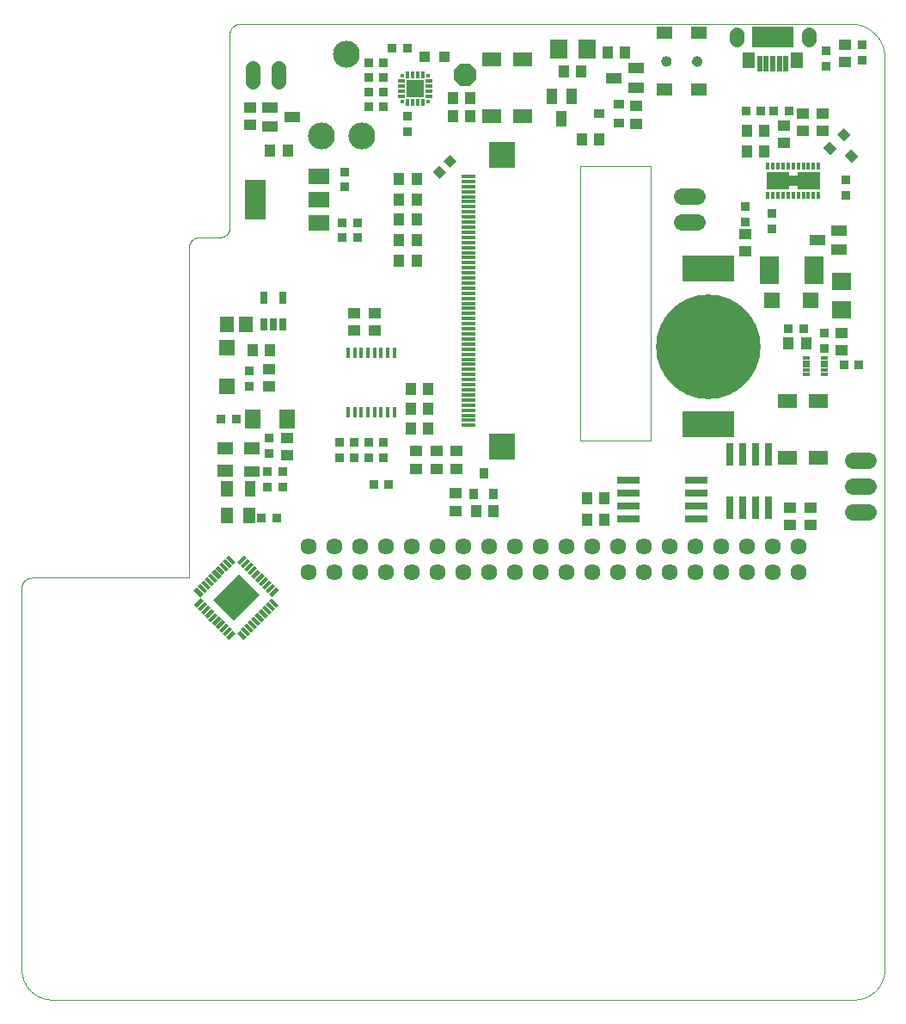
<source format=gbs>
G75*
%MOIN*%
%OFA0B0*%
%FSLAX25Y25*%
%IPPOS*%
%LPD*%
%AMOC8*
5,1,8,0,0,1.08239X$1,22.5*
%
%ADD10C,0.00000*%
%ADD11R,0.04731X0.04337*%
%ADD12R,0.09061X0.02762*%
%ADD13R,0.04337X0.04731*%
%ADD14R,0.03550X0.03550*%
%ADD15R,0.02762X0.09061*%
%ADD16R,0.07800X0.05400*%
%ADD17R,0.05512X0.01575*%
%ADD18R,0.09849X0.09849*%
%ADD19R,0.16148X0.07880*%
%ADD20R,0.01975X0.05912*%
%ADD21R,0.04928X0.06109*%
%ADD22C,0.05715*%
%ADD23R,0.08300X0.06300*%
%ADD24R,0.08300X0.15400*%
%ADD25R,0.02565X0.05124*%
%ADD26R,0.05518X0.06306*%
%ADD27R,0.05912X0.05912*%
%ADD28R,0.06109X0.05124*%
%ADD29R,0.06109X0.04337*%
%ADD30R,0.05124X0.06109*%
%ADD31R,0.04337X0.06109*%
%ADD32R,0.05912X0.07487*%
%ADD33C,0.40557*%
%ADD34R,0.20479X0.10243*%
%ADD35R,0.03550X0.03943*%
%ADD36R,0.01600X0.04300*%
%ADD37R,0.03746X0.01502*%
%ADD38R,0.11030X0.14180*%
%ADD39C,0.06337*%
%ADD40R,0.01384X0.03156*%
%ADD41R,0.09061X0.06896*%
%ADD42R,0.03943X0.03943*%
%ADD43R,0.07487X0.11030*%
%ADD44R,0.07487X0.06699*%
%ADD45C,0.06400*%
%ADD46R,0.05912X0.04337*%
%ADD47R,0.03550X0.03550*%
%ADD48C,0.05600*%
%ADD49R,0.03943X0.03550*%
%ADD50R,0.04337X0.05912*%
%ADD51R,0.06699X0.07487*%
%ADD52R,0.05912X0.05124*%
%ADD53C,0.03943*%
%ADD54C,0.10400*%
%ADD55R,0.07093X0.07093*%
%ADD56R,0.01739X0.01739*%
%ADD57R,0.01502X0.02802*%
%ADD58R,0.02802X0.01502*%
%ADD59OC8,0.08900*%
%ADD60R,0.04337X0.04337*%
%ADD61R,0.02762X0.01286*%
D10*
X0013311Y0001500D02*
X0324335Y0001500D01*
X0324620Y0001503D01*
X0324906Y0001514D01*
X0325191Y0001531D01*
X0325475Y0001555D01*
X0325759Y0001586D01*
X0326042Y0001624D01*
X0326323Y0001669D01*
X0326604Y0001720D01*
X0326884Y0001778D01*
X0327162Y0001843D01*
X0327438Y0001915D01*
X0327712Y0001993D01*
X0327985Y0002078D01*
X0328255Y0002170D01*
X0328523Y0002268D01*
X0328789Y0002372D01*
X0329052Y0002483D01*
X0329312Y0002600D01*
X0329570Y0002723D01*
X0329824Y0002853D01*
X0330075Y0002989D01*
X0330323Y0003130D01*
X0330567Y0003278D01*
X0330808Y0003431D01*
X0331044Y0003591D01*
X0331277Y0003756D01*
X0331506Y0003926D01*
X0331731Y0004102D01*
X0331951Y0004284D01*
X0332167Y0004470D01*
X0332378Y0004662D01*
X0332585Y0004859D01*
X0332787Y0005061D01*
X0332984Y0005268D01*
X0333176Y0005479D01*
X0333362Y0005695D01*
X0333544Y0005915D01*
X0333720Y0006140D01*
X0333890Y0006369D01*
X0334055Y0006602D01*
X0334215Y0006838D01*
X0334368Y0007079D01*
X0334516Y0007323D01*
X0334657Y0007571D01*
X0334793Y0007822D01*
X0334923Y0008076D01*
X0335046Y0008334D01*
X0335163Y0008594D01*
X0335274Y0008857D01*
X0335378Y0009123D01*
X0335476Y0009391D01*
X0335568Y0009661D01*
X0335653Y0009934D01*
X0335731Y0010208D01*
X0335803Y0010484D01*
X0335868Y0010762D01*
X0335926Y0011042D01*
X0335977Y0011323D01*
X0336022Y0011604D01*
X0336060Y0011887D01*
X0336091Y0012171D01*
X0336115Y0012455D01*
X0336132Y0012740D01*
X0336143Y0013026D01*
X0336146Y0013311D01*
X0336146Y0366461D01*
X0336142Y0366775D01*
X0336131Y0367089D01*
X0336112Y0367402D01*
X0336085Y0367715D01*
X0336051Y0368027D01*
X0336010Y0368338D01*
X0335961Y0368648D01*
X0335904Y0368957D01*
X0335840Y0369264D01*
X0335768Y0369570D01*
X0335690Y0369874D01*
X0335604Y0370176D01*
X0335510Y0370476D01*
X0335410Y0370773D01*
X0335302Y0371068D01*
X0335187Y0371360D01*
X0335065Y0371650D01*
X0334936Y0371936D01*
X0334800Y0372219D01*
X0334658Y0372499D01*
X0334509Y0372775D01*
X0334353Y0373047D01*
X0334190Y0373316D01*
X0334021Y0373581D01*
X0333846Y0373841D01*
X0333665Y0374098D01*
X0333477Y0374349D01*
X0333284Y0374596D01*
X0333084Y0374839D01*
X0332879Y0375076D01*
X0332668Y0375309D01*
X0332451Y0375536D01*
X0332229Y0375758D01*
X0332002Y0375975D01*
X0331769Y0376186D01*
X0331532Y0376391D01*
X0331289Y0376591D01*
X0331042Y0376784D01*
X0330791Y0376972D01*
X0330534Y0377153D01*
X0330274Y0377328D01*
X0330009Y0377497D01*
X0329740Y0377660D01*
X0329468Y0377816D01*
X0329192Y0377965D01*
X0328912Y0378107D01*
X0328629Y0378243D01*
X0328343Y0378372D01*
X0328053Y0378494D01*
X0327761Y0378609D01*
X0327466Y0378717D01*
X0327169Y0378817D01*
X0326869Y0378911D01*
X0326567Y0378997D01*
X0326263Y0379075D01*
X0325957Y0379147D01*
X0325650Y0379211D01*
X0325341Y0379268D01*
X0325031Y0379317D01*
X0324720Y0379358D01*
X0324408Y0379392D01*
X0324095Y0379419D01*
X0323782Y0379438D01*
X0323468Y0379449D01*
X0323154Y0379453D01*
X0086151Y0379453D01*
X0086027Y0379451D01*
X0085903Y0379445D01*
X0085780Y0379436D01*
X0085657Y0379422D01*
X0085534Y0379404D01*
X0085412Y0379383D01*
X0085291Y0379358D01*
X0085171Y0379329D01*
X0085051Y0379296D01*
X0084933Y0379260D01*
X0084816Y0379220D01*
X0084700Y0379176D01*
X0084585Y0379129D01*
X0084473Y0379078D01*
X0084361Y0379023D01*
X0084252Y0378965D01*
X0084144Y0378904D01*
X0084039Y0378839D01*
X0083935Y0378771D01*
X0083834Y0378700D01*
X0083735Y0378626D01*
X0083638Y0378548D01*
X0083544Y0378468D01*
X0083453Y0378385D01*
X0083364Y0378298D01*
X0083277Y0378209D01*
X0083194Y0378118D01*
X0083114Y0378024D01*
X0083036Y0377927D01*
X0082962Y0377828D01*
X0082891Y0377727D01*
X0082823Y0377623D01*
X0082758Y0377518D01*
X0082697Y0377410D01*
X0082639Y0377301D01*
X0082584Y0377189D01*
X0082533Y0377077D01*
X0082486Y0376962D01*
X0082442Y0376846D01*
X0082402Y0376729D01*
X0082366Y0376611D01*
X0082333Y0376491D01*
X0082304Y0376371D01*
X0082279Y0376250D01*
X0082258Y0376128D01*
X0082240Y0376005D01*
X0082226Y0375882D01*
X0082217Y0375759D01*
X0082211Y0375635D01*
X0082209Y0375511D01*
X0082209Y0300713D01*
X0082207Y0300589D01*
X0082201Y0300466D01*
X0082192Y0300342D01*
X0082178Y0300220D01*
X0082161Y0300097D01*
X0082139Y0299975D01*
X0082114Y0299854D01*
X0082085Y0299734D01*
X0082053Y0299615D01*
X0082016Y0299496D01*
X0081976Y0299379D01*
X0081933Y0299264D01*
X0081885Y0299149D01*
X0081834Y0299037D01*
X0081780Y0298926D01*
X0081722Y0298816D01*
X0081661Y0298709D01*
X0081596Y0298603D01*
X0081528Y0298500D01*
X0081457Y0298399D01*
X0081383Y0298300D01*
X0081306Y0298203D01*
X0081225Y0298109D01*
X0081142Y0298018D01*
X0081056Y0297929D01*
X0080967Y0297843D01*
X0080876Y0297760D01*
X0080782Y0297679D01*
X0080685Y0297602D01*
X0080586Y0297528D01*
X0080485Y0297457D01*
X0080382Y0297389D01*
X0080276Y0297324D01*
X0080169Y0297263D01*
X0080059Y0297205D01*
X0079948Y0297151D01*
X0079836Y0297100D01*
X0079721Y0297052D01*
X0079606Y0297009D01*
X0079489Y0296969D01*
X0079370Y0296932D01*
X0079251Y0296900D01*
X0079131Y0296871D01*
X0079010Y0296846D01*
X0078888Y0296824D01*
X0078765Y0296807D01*
X0078643Y0296793D01*
X0078519Y0296784D01*
X0078396Y0296778D01*
X0078272Y0296776D01*
X0070403Y0296776D01*
X0070279Y0296774D01*
X0070155Y0296768D01*
X0070032Y0296759D01*
X0069909Y0296745D01*
X0069786Y0296727D01*
X0069664Y0296706D01*
X0069543Y0296681D01*
X0069423Y0296652D01*
X0069303Y0296619D01*
X0069185Y0296583D01*
X0069068Y0296543D01*
X0068952Y0296499D01*
X0068837Y0296452D01*
X0068725Y0296401D01*
X0068613Y0296346D01*
X0068504Y0296288D01*
X0068396Y0296227D01*
X0068291Y0296162D01*
X0068187Y0296094D01*
X0068086Y0296023D01*
X0067987Y0295949D01*
X0067890Y0295871D01*
X0067796Y0295791D01*
X0067705Y0295708D01*
X0067616Y0295621D01*
X0067529Y0295532D01*
X0067446Y0295441D01*
X0067366Y0295347D01*
X0067288Y0295250D01*
X0067214Y0295151D01*
X0067143Y0295050D01*
X0067075Y0294946D01*
X0067010Y0294841D01*
X0066949Y0294733D01*
X0066891Y0294624D01*
X0066836Y0294512D01*
X0066785Y0294400D01*
X0066738Y0294285D01*
X0066694Y0294169D01*
X0066654Y0294052D01*
X0066618Y0293934D01*
X0066585Y0293814D01*
X0066556Y0293694D01*
X0066531Y0293573D01*
X0066510Y0293451D01*
X0066492Y0293328D01*
X0066478Y0293205D01*
X0066469Y0293082D01*
X0066463Y0292958D01*
X0066461Y0292834D01*
X0066461Y0164886D01*
X0005442Y0164886D01*
X0005318Y0164884D01*
X0005194Y0164878D01*
X0005071Y0164869D01*
X0004948Y0164855D01*
X0004825Y0164837D01*
X0004703Y0164816D01*
X0004582Y0164791D01*
X0004462Y0164762D01*
X0004342Y0164729D01*
X0004224Y0164693D01*
X0004107Y0164653D01*
X0003991Y0164609D01*
X0003876Y0164562D01*
X0003764Y0164511D01*
X0003652Y0164456D01*
X0003543Y0164398D01*
X0003435Y0164337D01*
X0003330Y0164272D01*
X0003226Y0164204D01*
X0003125Y0164133D01*
X0003026Y0164059D01*
X0002929Y0163981D01*
X0002835Y0163901D01*
X0002744Y0163818D01*
X0002655Y0163731D01*
X0002568Y0163642D01*
X0002485Y0163551D01*
X0002405Y0163457D01*
X0002327Y0163360D01*
X0002253Y0163261D01*
X0002182Y0163160D01*
X0002114Y0163056D01*
X0002049Y0162951D01*
X0001988Y0162843D01*
X0001930Y0162734D01*
X0001875Y0162622D01*
X0001824Y0162510D01*
X0001777Y0162395D01*
X0001733Y0162279D01*
X0001693Y0162162D01*
X0001657Y0162044D01*
X0001624Y0161924D01*
X0001595Y0161804D01*
X0001570Y0161683D01*
X0001549Y0161561D01*
X0001531Y0161438D01*
X0001517Y0161315D01*
X0001508Y0161192D01*
X0001502Y0161068D01*
X0001500Y0160944D01*
X0001500Y0013311D01*
X0001503Y0013026D01*
X0001514Y0012740D01*
X0001531Y0012455D01*
X0001555Y0012171D01*
X0001586Y0011887D01*
X0001624Y0011604D01*
X0001669Y0011323D01*
X0001720Y0011042D01*
X0001778Y0010762D01*
X0001843Y0010484D01*
X0001915Y0010208D01*
X0001993Y0009934D01*
X0002078Y0009661D01*
X0002170Y0009391D01*
X0002268Y0009123D01*
X0002372Y0008857D01*
X0002483Y0008594D01*
X0002600Y0008334D01*
X0002723Y0008076D01*
X0002853Y0007822D01*
X0002989Y0007571D01*
X0003130Y0007323D01*
X0003278Y0007079D01*
X0003431Y0006838D01*
X0003591Y0006602D01*
X0003756Y0006369D01*
X0003926Y0006140D01*
X0004102Y0005915D01*
X0004284Y0005695D01*
X0004470Y0005479D01*
X0004662Y0005268D01*
X0004859Y0005061D01*
X0005061Y0004859D01*
X0005268Y0004662D01*
X0005479Y0004470D01*
X0005695Y0004284D01*
X0005915Y0004102D01*
X0006140Y0003926D01*
X0006369Y0003756D01*
X0006602Y0003591D01*
X0006838Y0003431D01*
X0007079Y0003278D01*
X0007323Y0003130D01*
X0007571Y0002989D01*
X0007822Y0002853D01*
X0008076Y0002723D01*
X0008334Y0002600D01*
X0008594Y0002483D01*
X0008857Y0002372D01*
X0009123Y0002268D01*
X0009391Y0002170D01*
X0009661Y0002078D01*
X0009934Y0001993D01*
X0010208Y0001915D01*
X0010484Y0001843D01*
X0010762Y0001778D01*
X0011042Y0001720D01*
X0011323Y0001669D01*
X0011604Y0001624D01*
X0011887Y0001586D01*
X0012171Y0001555D01*
X0012455Y0001531D01*
X0012740Y0001514D01*
X0013026Y0001503D01*
X0013311Y0001500D01*
X0218035Y0218036D02*
X0218035Y0324532D01*
X0245594Y0324532D01*
X0245594Y0218036D01*
X0218035Y0218036D01*
X0249728Y0364985D02*
X0249730Y0365069D01*
X0249736Y0365152D01*
X0249746Y0365235D01*
X0249760Y0365318D01*
X0249777Y0365400D01*
X0249799Y0365481D01*
X0249824Y0365560D01*
X0249853Y0365639D01*
X0249886Y0365716D01*
X0249922Y0365791D01*
X0249962Y0365865D01*
X0250005Y0365937D01*
X0250052Y0366006D01*
X0250102Y0366073D01*
X0250155Y0366138D01*
X0250211Y0366200D01*
X0250269Y0366260D01*
X0250331Y0366317D01*
X0250395Y0366370D01*
X0250462Y0366421D01*
X0250531Y0366468D01*
X0250602Y0366513D01*
X0250675Y0366553D01*
X0250750Y0366590D01*
X0250827Y0366624D01*
X0250905Y0366654D01*
X0250984Y0366680D01*
X0251065Y0366703D01*
X0251147Y0366721D01*
X0251229Y0366736D01*
X0251312Y0366747D01*
X0251395Y0366754D01*
X0251479Y0366757D01*
X0251563Y0366756D01*
X0251646Y0366751D01*
X0251730Y0366742D01*
X0251812Y0366729D01*
X0251894Y0366713D01*
X0251975Y0366692D01*
X0252056Y0366668D01*
X0252134Y0366640D01*
X0252212Y0366608D01*
X0252288Y0366572D01*
X0252362Y0366533D01*
X0252434Y0366491D01*
X0252504Y0366445D01*
X0252572Y0366396D01*
X0252637Y0366344D01*
X0252700Y0366289D01*
X0252760Y0366231D01*
X0252818Y0366170D01*
X0252872Y0366106D01*
X0252924Y0366040D01*
X0252972Y0365972D01*
X0253017Y0365901D01*
X0253058Y0365828D01*
X0253097Y0365754D01*
X0253131Y0365678D01*
X0253162Y0365600D01*
X0253189Y0365521D01*
X0253213Y0365440D01*
X0253232Y0365359D01*
X0253248Y0365277D01*
X0253260Y0365194D01*
X0253268Y0365110D01*
X0253272Y0365027D01*
X0253272Y0364943D01*
X0253268Y0364860D01*
X0253260Y0364776D01*
X0253248Y0364693D01*
X0253232Y0364611D01*
X0253213Y0364530D01*
X0253189Y0364449D01*
X0253162Y0364370D01*
X0253131Y0364292D01*
X0253097Y0364216D01*
X0253058Y0364142D01*
X0253017Y0364069D01*
X0252972Y0363998D01*
X0252924Y0363930D01*
X0252872Y0363864D01*
X0252818Y0363800D01*
X0252760Y0363739D01*
X0252700Y0363681D01*
X0252637Y0363626D01*
X0252572Y0363574D01*
X0252504Y0363525D01*
X0252434Y0363479D01*
X0252362Y0363437D01*
X0252288Y0363398D01*
X0252212Y0363362D01*
X0252134Y0363330D01*
X0252056Y0363302D01*
X0251975Y0363278D01*
X0251894Y0363257D01*
X0251812Y0363241D01*
X0251730Y0363228D01*
X0251646Y0363219D01*
X0251563Y0363214D01*
X0251479Y0363213D01*
X0251395Y0363216D01*
X0251312Y0363223D01*
X0251229Y0363234D01*
X0251147Y0363249D01*
X0251065Y0363267D01*
X0250984Y0363290D01*
X0250905Y0363316D01*
X0250827Y0363346D01*
X0250750Y0363380D01*
X0250675Y0363417D01*
X0250602Y0363457D01*
X0250531Y0363502D01*
X0250462Y0363549D01*
X0250395Y0363600D01*
X0250331Y0363653D01*
X0250269Y0363710D01*
X0250211Y0363770D01*
X0250155Y0363832D01*
X0250102Y0363897D01*
X0250052Y0363964D01*
X0250005Y0364033D01*
X0249962Y0364105D01*
X0249922Y0364179D01*
X0249886Y0364254D01*
X0249853Y0364331D01*
X0249824Y0364410D01*
X0249799Y0364489D01*
X0249777Y0364570D01*
X0249760Y0364652D01*
X0249746Y0364735D01*
X0249736Y0364818D01*
X0249730Y0364901D01*
X0249728Y0364985D01*
X0261539Y0364985D02*
X0261541Y0365069D01*
X0261547Y0365152D01*
X0261557Y0365235D01*
X0261571Y0365318D01*
X0261588Y0365400D01*
X0261610Y0365481D01*
X0261635Y0365560D01*
X0261664Y0365639D01*
X0261697Y0365716D01*
X0261733Y0365791D01*
X0261773Y0365865D01*
X0261816Y0365937D01*
X0261863Y0366006D01*
X0261913Y0366073D01*
X0261966Y0366138D01*
X0262022Y0366200D01*
X0262080Y0366260D01*
X0262142Y0366317D01*
X0262206Y0366370D01*
X0262273Y0366421D01*
X0262342Y0366468D01*
X0262413Y0366513D01*
X0262486Y0366553D01*
X0262561Y0366590D01*
X0262638Y0366624D01*
X0262716Y0366654D01*
X0262795Y0366680D01*
X0262876Y0366703D01*
X0262958Y0366721D01*
X0263040Y0366736D01*
X0263123Y0366747D01*
X0263206Y0366754D01*
X0263290Y0366757D01*
X0263374Y0366756D01*
X0263457Y0366751D01*
X0263541Y0366742D01*
X0263623Y0366729D01*
X0263705Y0366713D01*
X0263786Y0366692D01*
X0263867Y0366668D01*
X0263945Y0366640D01*
X0264023Y0366608D01*
X0264099Y0366572D01*
X0264173Y0366533D01*
X0264245Y0366491D01*
X0264315Y0366445D01*
X0264383Y0366396D01*
X0264448Y0366344D01*
X0264511Y0366289D01*
X0264571Y0366231D01*
X0264629Y0366170D01*
X0264683Y0366106D01*
X0264735Y0366040D01*
X0264783Y0365972D01*
X0264828Y0365901D01*
X0264869Y0365828D01*
X0264908Y0365754D01*
X0264942Y0365678D01*
X0264973Y0365600D01*
X0265000Y0365521D01*
X0265024Y0365440D01*
X0265043Y0365359D01*
X0265059Y0365277D01*
X0265071Y0365194D01*
X0265079Y0365110D01*
X0265083Y0365027D01*
X0265083Y0364943D01*
X0265079Y0364860D01*
X0265071Y0364776D01*
X0265059Y0364693D01*
X0265043Y0364611D01*
X0265024Y0364530D01*
X0265000Y0364449D01*
X0264973Y0364370D01*
X0264942Y0364292D01*
X0264908Y0364216D01*
X0264869Y0364142D01*
X0264828Y0364069D01*
X0264783Y0363998D01*
X0264735Y0363930D01*
X0264683Y0363864D01*
X0264629Y0363800D01*
X0264571Y0363739D01*
X0264511Y0363681D01*
X0264448Y0363626D01*
X0264383Y0363574D01*
X0264315Y0363525D01*
X0264245Y0363479D01*
X0264173Y0363437D01*
X0264099Y0363398D01*
X0264023Y0363362D01*
X0263945Y0363330D01*
X0263867Y0363302D01*
X0263786Y0363278D01*
X0263705Y0363257D01*
X0263623Y0363241D01*
X0263541Y0363228D01*
X0263457Y0363219D01*
X0263374Y0363214D01*
X0263290Y0363213D01*
X0263206Y0363216D01*
X0263123Y0363223D01*
X0263040Y0363234D01*
X0262958Y0363249D01*
X0262876Y0363267D01*
X0262795Y0363290D01*
X0262716Y0363316D01*
X0262638Y0363346D01*
X0262561Y0363380D01*
X0262486Y0363417D01*
X0262413Y0363457D01*
X0262342Y0363502D01*
X0262273Y0363549D01*
X0262206Y0363600D01*
X0262142Y0363653D01*
X0262080Y0363710D01*
X0262022Y0363770D01*
X0261966Y0363832D01*
X0261913Y0363897D01*
X0261863Y0363964D01*
X0261816Y0364033D01*
X0261773Y0364105D01*
X0261733Y0364179D01*
X0261697Y0364254D01*
X0261664Y0364331D01*
X0261635Y0364410D01*
X0261610Y0364489D01*
X0261588Y0364570D01*
X0261571Y0364652D01*
X0261557Y0364735D01*
X0261547Y0364818D01*
X0261541Y0364901D01*
X0261539Y0364985D01*
D11*
X0239886Y0347563D03*
X0239886Y0340870D03*
X0282110Y0297957D03*
X0282110Y0291264D03*
X0297071Y0333292D03*
X0297071Y0339985D03*
X0304354Y0338115D03*
X0304354Y0344807D03*
X0312130Y0344807D03*
X0312130Y0338115D03*
X0320693Y0364591D03*
X0320693Y0371284D03*
X0319512Y0259768D03*
X0319512Y0253075D03*
X0307307Y0192150D03*
X0307307Y0185457D03*
X0299335Y0185457D03*
X0299335Y0192150D03*
X0169807Y0190870D03*
X0169807Y0197563D03*
X0170201Y0207209D03*
X0170201Y0213902D03*
X0162327Y0213902D03*
X0162327Y0207209D03*
X0154551Y0207209D03*
X0154551Y0213902D03*
X0138508Y0260654D03*
X0138508Y0267347D03*
X0130535Y0267347D03*
X0130535Y0260654D03*
X0097563Y0245792D03*
X0097563Y0239099D03*
X0104354Y0218922D03*
X0104354Y0212229D03*
X0089984Y0340280D03*
X0089984Y0346973D03*
D12*
X0236913Y0202603D03*
X0236913Y0197603D03*
X0236913Y0192603D03*
X0236913Y0187603D03*
X0263134Y0187603D03*
X0263134Y0192603D03*
X0263134Y0197603D03*
X0263134Y0202603D03*
D13*
X0227583Y0195595D03*
X0220890Y0195595D03*
X0220791Y0187524D03*
X0227484Y0187524D03*
X0184374Y0190870D03*
X0177681Y0190870D03*
X0159276Y0222662D03*
X0152583Y0222662D03*
X0152583Y0230437D03*
X0159276Y0230437D03*
X0159276Y0238213D03*
X0152583Y0238213D03*
X0154650Y0287721D03*
X0147957Y0287721D03*
X0147957Y0295693D03*
X0154650Y0295693D03*
X0154650Y0303567D03*
X0147957Y0303567D03*
X0147957Y0311540D03*
X0154650Y0311540D03*
X0154650Y0319512D03*
X0147957Y0319512D03*
X0168823Y0343626D03*
X0175516Y0343626D03*
X0175516Y0350811D03*
X0168823Y0350811D03*
X0211736Y0360949D03*
X0218429Y0360949D03*
X0228665Y0368528D03*
X0235358Y0368528D03*
X0225614Y0334768D03*
X0218921Y0334768D03*
X0282701Y0338016D03*
X0289394Y0338016D03*
X0289394Y0330142D03*
X0282701Y0330142D03*
X0298941Y0255733D03*
X0305634Y0255733D03*
X0104650Y0330437D03*
X0097957Y0330437D03*
X0097760Y0253075D03*
X0091067Y0253075D03*
D14*
X0089886Y0245103D03*
X0089886Y0239197D03*
X0084866Y0226304D03*
X0078961Y0226304D03*
X0097366Y0218922D03*
X0097366Y0213016D03*
X0096776Y0206028D03*
X0102681Y0206028D03*
X0102681Y0200122D03*
X0096776Y0200122D03*
X0094610Y0187918D03*
X0100516Y0187918D03*
X0124827Y0211343D03*
X0130437Y0211343D03*
X0136047Y0211343D03*
X0141657Y0211343D03*
X0141657Y0217248D03*
X0136047Y0217248D03*
X0130437Y0217248D03*
X0124827Y0217248D03*
X0138016Y0201107D03*
X0143921Y0201107D03*
X0131815Y0296579D03*
X0131815Y0302485D03*
X0125909Y0302485D03*
X0125909Y0296579D03*
X0126894Y0316264D03*
X0126894Y0322170D03*
X0136047Y0347465D03*
X0136047Y0353075D03*
X0136047Y0358685D03*
X0136047Y0364296D03*
X0141953Y0364296D03*
X0141953Y0358685D03*
X0141953Y0353075D03*
X0141953Y0347465D03*
X0151106Y0343725D03*
X0151106Y0337819D03*
X0151106Y0370201D03*
X0145201Y0370201D03*
X0282307Y0345792D03*
X0288213Y0345792D03*
X0293134Y0345792D03*
X0299039Y0345792D03*
X0313311Y0363115D03*
X0313311Y0369020D03*
X0327386Y0371284D03*
X0327386Y0365378D03*
X0321087Y0319020D03*
X0321087Y0313115D03*
X0292346Y0306028D03*
X0292346Y0300122D03*
X0282110Y0302780D03*
X0282110Y0308685D03*
X0298941Y0261244D03*
X0304846Y0261244D03*
X0312720Y0259670D03*
X0312720Y0253764D03*
X0320299Y0247367D03*
X0326205Y0247367D03*
D15*
X0291087Y0212622D03*
X0286087Y0212622D03*
X0281087Y0212622D03*
X0276087Y0212622D03*
X0276087Y0192150D03*
X0281087Y0192150D03*
X0286087Y0192150D03*
X0291087Y0192150D03*
D16*
X0298472Y0211268D03*
X0310472Y0211268D03*
X0310472Y0233268D03*
X0298472Y0233268D03*
X0195689Y0343552D03*
X0183689Y0343552D03*
X0183689Y0365552D03*
X0195689Y0365552D03*
D17*
X0174925Y0320398D03*
X0174925Y0318430D03*
X0174925Y0316461D03*
X0174925Y0314493D03*
X0174925Y0312524D03*
X0174925Y0310555D03*
X0174925Y0308587D03*
X0174925Y0306618D03*
X0174925Y0304650D03*
X0174925Y0302681D03*
X0174925Y0300713D03*
X0174925Y0298744D03*
X0174925Y0296776D03*
X0174925Y0294807D03*
X0174925Y0292839D03*
X0174925Y0290870D03*
X0174925Y0288902D03*
X0174925Y0286933D03*
X0174925Y0284965D03*
X0174925Y0282996D03*
X0174925Y0281028D03*
X0174925Y0279059D03*
X0174925Y0277091D03*
X0174925Y0275122D03*
X0174925Y0273154D03*
X0174925Y0271185D03*
X0174925Y0269217D03*
X0174925Y0267248D03*
X0174925Y0265280D03*
X0174925Y0263311D03*
X0174925Y0261343D03*
X0174925Y0259374D03*
X0174925Y0257406D03*
X0174925Y0255437D03*
X0174925Y0253469D03*
X0174925Y0251500D03*
X0174925Y0249532D03*
X0174925Y0247563D03*
X0174925Y0245595D03*
X0174925Y0243626D03*
X0174925Y0241658D03*
X0174925Y0239689D03*
X0174925Y0237721D03*
X0174925Y0235752D03*
X0174925Y0233784D03*
X0174925Y0231815D03*
X0174925Y0229847D03*
X0174925Y0227878D03*
X0174925Y0225910D03*
X0174925Y0223941D03*
D18*
X0187720Y0215674D03*
X0187720Y0328666D03*
D19*
X0292839Y0374335D03*
D20*
X0292839Y0363902D03*
X0295398Y0363902D03*
X0297957Y0363902D03*
X0290280Y0363902D03*
X0287720Y0363902D03*
D21*
X0283390Y0365477D03*
X0302287Y0365477D03*
D22*
X0306815Y0373252D02*
X0306815Y0375418D01*
X0306815Y0375418D01*
X0306815Y0373252D01*
X0306815Y0373252D01*
X0278862Y0373252D02*
X0278862Y0375418D01*
X0278862Y0375418D01*
X0278862Y0373252D01*
X0278862Y0373252D01*
D23*
X0116853Y0320440D03*
X0116853Y0311440D03*
X0116853Y0302440D03*
D24*
X0092053Y0311540D03*
D25*
X0095299Y0273449D03*
X0102780Y0273449D03*
X0102780Y0263213D03*
X0099039Y0263213D03*
X0095299Y0263213D03*
D26*
X0088606Y0263213D03*
X0081126Y0263213D03*
D27*
X0081126Y0254158D03*
X0081126Y0239197D03*
X0292445Y0272268D03*
X0307406Y0272268D03*
D28*
X0090772Y0215083D03*
X0080535Y0215083D03*
X0080535Y0206422D03*
D29*
X0090772Y0206028D03*
D30*
X0081028Y0199335D03*
X0081028Y0189099D03*
X0089689Y0189099D03*
D31*
X0090083Y0199335D03*
D32*
X0091067Y0226304D03*
X0104453Y0226304D03*
D33*
X0267642Y0254453D03*
D34*
X0267642Y0284571D03*
X0267642Y0224335D03*
D35*
X0184374Y0197465D03*
X0176894Y0197465D03*
X0180634Y0205339D03*
G36*
X0317715Y0331128D02*
X0315205Y0328618D01*
X0312419Y0331404D01*
X0314929Y0333914D01*
X0317715Y0331128D01*
G37*
G36*
X0323005Y0336417D02*
X0320495Y0333907D01*
X0317709Y0336693D01*
X0320219Y0339203D01*
X0323005Y0336417D01*
G37*
G36*
X0325928Y0328204D02*
X0323418Y0325694D01*
X0320632Y0328480D01*
X0323142Y0330990D01*
X0325928Y0328204D01*
G37*
D36*
X0145988Y0252063D03*
X0143429Y0252063D03*
X0140870Y0252063D03*
X0138311Y0252063D03*
X0135752Y0252063D03*
X0133193Y0252063D03*
X0130634Y0252063D03*
X0128075Y0252063D03*
X0128075Y0229088D03*
X0130634Y0229088D03*
X0133193Y0229088D03*
X0135752Y0229088D03*
X0138311Y0229088D03*
X0140870Y0229088D03*
X0143429Y0229088D03*
X0145988Y0229088D03*
D37*
G36*
X0087785Y0168346D02*
X0090433Y0170994D01*
X0091495Y0169932D01*
X0088847Y0167284D01*
X0087785Y0168346D01*
G37*
G36*
X0086393Y0169738D02*
X0089041Y0172386D01*
X0090103Y0171324D01*
X0087455Y0168676D01*
X0086393Y0169738D01*
G37*
G36*
X0085001Y0171130D02*
X0087649Y0173778D01*
X0088711Y0172716D01*
X0086063Y0170068D01*
X0085001Y0171130D01*
G37*
G36*
X0081887Y0173778D02*
X0084535Y0171130D01*
X0083473Y0170068D01*
X0080825Y0172716D01*
X0081887Y0173778D01*
G37*
G36*
X0080495Y0172386D02*
X0083143Y0169738D01*
X0082081Y0168676D01*
X0079433Y0171324D01*
X0080495Y0172386D01*
G37*
G36*
X0079103Y0170994D02*
X0081751Y0168346D01*
X0080689Y0167284D01*
X0078041Y0169932D01*
X0079103Y0170994D01*
G37*
G36*
X0077711Y0169602D02*
X0080359Y0166954D01*
X0079297Y0165892D01*
X0076649Y0168540D01*
X0077711Y0169602D01*
G37*
G36*
X0076319Y0168210D02*
X0078967Y0165562D01*
X0077905Y0164500D01*
X0075257Y0167148D01*
X0076319Y0168210D01*
G37*
G36*
X0074927Y0166818D02*
X0077575Y0164170D01*
X0076513Y0163108D01*
X0073865Y0165756D01*
X0074927Y0166818D01*
G37*
G36*
X0073535Y0165426D02*
X0076183Y0162778D01*
X0075121Y0161716D01*
X0072473Y0164364D01*
X0073535Y0165426D01*
G37*
G36*
X0072143Y0164034D02*
X0074791Y0161386D01*
X0073729Y0160324D01*
X0071081Y0162972D01*
X0072143Y0164034D01*
G37*
G36*
X0070751Y0162642D02*
X0073399Y0159994D01*
X0072337Y0158932D01*
X0069689Y0161580D01*
X0070751Y0162642D01*
G37*
G36*
X0069359Y0161250D02*
X0072007Y0158602D01*
X0070945Y0157540D01*
X0068297Y0160188D01*
X0069359Y0161250D01*
G37*
G36*
X0072007Y0156013D02*
X0069359Y0153365D01*
X0068297Y0154427D01*
X0070945Y0157075D01*
X0072007Y0156013D01*
G37*
G36*
X0073399Y0154621D02*
X0070751Y0151973D01*
X0069689Y0153035D01*
X0072337Y0155683D01*
X0073399Y0154621D01*
G37*
G36*
X0074791Y0153229D02*
X0072143Y0150581D01*
X0071081Y0151643D01*
X0073729Y0154291D01*
X0074791Y0153229D01*
G37*
G36*
X0076183Y0151837D02*
X0073535Y0149189D01*
X0072473Y0150251D01*
X0075121Y0152899D01*
X0076183Y0151837D01*
G37*
G36*
X0077575Y0150445D02*
X0074927Y0147797D01*
X0073865Y0148859D01*
X0076513Y0151507D01*
X0077575Y0150445D01*
G37*
G36*
X0078967Y0149053D02*
X0076319Y0146405D01*
X0075257Y0147467D01*
X0077905Y0150115D01*
X0078967Y0149053D01*
G37*
G36*
X0080359Y0147661D02*
X0077711Y0145013D01*
X0076649Y0146075D01*
X0079297Y0148723D01*
X0080359Y0147661D01*
G37*
G36*
X0081751Y0146269D02*
X0079103Y0143621D01*
X0078041Y0144683D01*
X0080689Y0147331D01*
X0081751Y0146269D01*
G37*
G36*
X0083143Y0144877D02*
X0080495Y0142229D01*
X0079433Y0143291D01*
X0082081Y0145939D01*
X0083143Y0144877D01*
G37*
G36*
X0084535Y0143485D02*
X0081887Y0140837D01*
X0080825Y0141899D01*
X0083473Y0144547D01*
X0084535Y0143485D01*
G37*
G36*
X0087649Y0140837D02*
X0085001Y0143485D01*
X0086063Y0144547D01*
X0088711Y0141899D01*
X0087649Y0140837D01*
G37*
G36*
X0089041Y0142229D02*
X0086393Y0144877D01*
X0087455Y0145939D01*
X0090103Y0143291D01*
X0089041Y0142229D01*
G37*
G36*
X0090433Y0143621D02*
X0087785Y0146269D01*
X0088847Y0147331D01*
X0091495Y0144683D01*
X0090433Y0143621D01*
G37*
G36*
X0091824Y0145013D02*
X0089176Y0147661D01*
X0090238Y0148723D01*
X0092886Y0146075D01*
X0091824Y0145013D01*
G37*
G36*
X0093216Y0146405D02*
X0090568Y0149053D01*
X0091630Y0150115D01*
X0094278Y0147467D01*
X0093216Y0146405D01*
G37*
G36*
X0094608Y0147797D02*
X0091960Y0150445D01*
X0093022Y0151507D01*
X0095670Y0148859D01*
X0094608Y0147797D01*
G37*
G36*
X0096000Y0149189D02*
X0093352Y0151837D01*
X0094414Y0152899D01*
X0097062Y0150251D01*
X0096000Y0149189D01*
G37*
G36*
X0097392Y0150581D02*
X0094744Y0153229D01*
X0095806Y0154291D01*
X0098454Y0151643D01*
X0097392Y0150581D01*
G37*
G36*
X0098784Y0151973D02*
X0096136Y0154621D01*
X0097198Y0155683D01*
X0099846Y0153035D01*
X0098784Y0151973D01*
G37*
G36*
X0100176Y0153365D02*
X0097528Y0156013D01*
X0098590Y0157075D01*
X0101238Y0154427D01*
X0100176Y0153365D01*
G37*
G36*
X0097528Y0158602D02*
X0100176Y0161250D01*
X0101238Y0160188D01*
X0098590Y0157540D01*
X0097528Y0158602D01*
G37*
G36*
X0096136Y0159994D02*
X0098784Y0162642D01*
X0099846Y0161580D01*
X0097198Y0158932D01*
X0096136Y0159994D01*
G37*
G36*
X0094744Y0161386D02*
X0097392Y0164034D01*
X0098454Y0162972D01*
X0095806Y0160324D01*
X0094744Y0161386D01*
G37*
G36*
X0093352Y0162778D02*
X0096000Y0165426D01*
X0097062Y0164364D01*
X0094414Y0161716D01*
X0093352Y0162778D01*
G37*
G36*
X0091960Y0164170D02*
X0094608Y0166818D01*
X0095670Y0165756D01*
X0093022Y0163108D01*
X0091960Y0164170D01*
G37*
G36*
X0090568Y0165562D02*
X0093216Y0168210D01*
X0094278Y0167148D01*
X0091630Y0164500D01*
X0090568Y0165562D01*
G37*
G36*
X0089176Y0166954D02*
X0091824Y0169602D01*
X0092886Y0168540D01*
X0090238Y0165892D01*
X0089176Y0166954D01*
G37*
D38*
G36*
X0083655Y0148394D02*
X0075855Y0156194D01*
X0085881Y0166220D01*
X0093681Y0158420D01*
X0083655Y0148394D01*
G37*
D39*
X0112878Y0166894D03*
X0112878Y0176894D03*
X0122878Y0176894D03*
X0122878Y0166894D03*
X0132878Y0166894D03*
X0132878Y0176894D03*
X0142878Y0176894D03*
X0142878Y0166894D03*
X0152878Y0166894D03*
X0152878Y0176894D03*
X0162878Y0176894D03*
X0162878Y0166894D03*
X0172878Y0166894D03*
X0172878Y0176894D03*
X0182878Y0176894D03*
X0182878Y0166894D03*
X0192878Y0166894D03*
X0192878Y0176894D03*
X0202878Y0176894D03*
X0202878Y0166894D03*
X0212878Y0166894D03*
X0212878Y0176894D03*
X0222878Y0176894D03*
X0222878Y0166894D03*
X0232878Y0166894D03*
X0232878Y0176894D03*
X0242878Y0176894D03*
X0242878Y0166894D03*
X0252878Y0166894D03*
X0252878Y0176894D03*
X0262878Y0176894D03*
X0262878Y0166894D03*
X0272878Y0166894D03*
X0272878Y0176894D03*
X0282878Y0176894D03*
X0282878Y0166894D03*
X0292878Y0166894D03*
X0292878Y0176894D03*
X0302878Y0176894D03*
X0302878Y0166894D03*
D40*
X0302681Y0313115D03*
X0300713Y0313115D03*
X0298744Y0313115D03*
X0296776Y0313115D03*
X0294807Y0313115D03*
X0292839Y0313115D03*
X0290870Y0313115D03*
X0290870Y0324532D03*
X0292839Y0324532D03*
X0294807Y0324532D03*
X0296776Y0324532D03*
X0298744Y0324532D03*
X0300713Y0324532D03*
X0302681Y0324532D03*
X0304650Y0324532D03*
X0306618Y0324532D03*
X0308587Y0324532D03*
X0310555Y0324532D03*
X0310555Y0313115D03*
X0308587Y0313115D03*
X0306618Y0313115D03*
X0304650Y0313115D03*
D41*
X0306717Y0318823D03*
X0294807Y0318823D03*
D42*
X0300713Y0318823D03*
D43*
X0308783Y0283981D03*
X0291461Y0283981D03*
D44*
X0319512Y0279748D03*
X0319512Y0268725D03*
D45*
X0323894Y0210319D02*
X0329894Y0210319D01*
X0329894Y0200319D02*
X0323894Y0200319D01*
X0323894Y0190319D02*
X0329894Y0190319D01*
X0263555Y0302701D02*
X0257555Y0302701D01*
X0257555Y0312701D02*
X0263555Y0312701D01*
D46*
X0239689Y0354748D03*
X0239689Y0362229D03*
X0231028Y0358489D03*
X0309965Y0295693D03*
X0318626Y0291953D03*
X0318626Y0299433D03*
X0106618Y0343430D03*
X0097957Y0347170D03*
X0097957Y0339689D03*
D47*
G36*
X0165997Y0322050D02*
X0163487Y0319540D01*
X0160977Y0322050D01*
X0163487Y0324560D01*
X0165997Y0322050D01*
G37*
G36*
X0170173Y0326226D02*
X0167663Y0323716D01*
X0165153Y0326226D01*
X0167663Y0328736D01*
X0170173Y0326226D01*
G37*
D48*
X0100988Y0357168D02*
X0100988Y0362368D01*
X0090988Y0362368D02*
X0090988Y0357168D01*
D49*
X0225319Y0344807D03*
X0233193Y0341067D03*
X0233193Y0348548D03*
D50*
X0214689Y0351500D03*
X0207209Y0351500D03*
X0210949Y0342839D03*
D51*
X0209768Y0369611D03*
X0220791Y0369611D03*
D52*
X0250713Y0375910D03*
X0264098Y0375910D03*
X0264098Y0354059D03*
X0250713Y0354059D03*
D53*
X0251500Y0364985D03*
X0263311Y0364985D03*
D54*
X0133390Y0336146D03*
X0117642Y0336146D03*
X0127484Y0367642D03*
D55*
X0154059Y0354453D03*
D56*
X0149059Y0359453D03*
X0149059Y0349453D03*
X0159059Y0349453D03*
X0159059Y0359453D03*
D57*
X0157012Y0359768D03*
X0155043Y0359768D03*
X0153075Y0359768D03*
X0151106Y0359768D03*
X0151106Y0349138D03*
X0153075Y0349138D03*
X0155043Y0349138D03*
X0157012Y0349138D03*
D58*
X0159374Y0351500D03*
X0159374Y0353469D03*
X0159374Y0355437D03*
X0159374Y0357406D03*
X0148744Y0357406D03*
X0148744Y0355437D03*
X0148744Y0353469D03*
X0148744Y0351500D03*
D59*
X0173547Y0359571D03*
D60*
X0165575Y0366756D03*
X0157701Y0366756D03*
D61*
X0305634Y0250122D03*
X0305634Y0248548D03*
X0305634Y0246973D03*
X0305634Y0245398D03*
X0305634Y0243823D03*
X0312720Y0243823D03*
X0312720Y0245398D03*
X0312720Y0246973D03*
X0312720Y0248548D03*
X0312720Y0250122D03*
M02*

</source>
